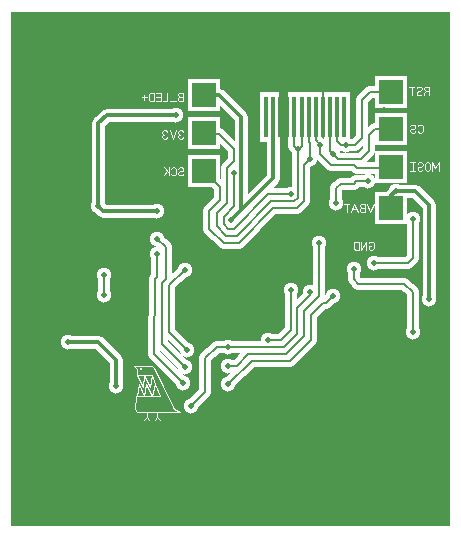
<source format=gbr>
%FSLAX34Y34*%
%MOMM*%
%LNCOPPER_BOTTOM*%
G71*
G01*
%ADD10C, 1.000*%
%ADD11C, 1.300*%
%ADD12R, 1.100X4.300*%
%ADD13R, 0.300X3.500*%
%ADD14C, 1.100*%
%ADD15C, 0.100*%
%ADD16C, 0.800*%
%ADD17C, 0.500*%
%ADD18C, 2.500*%
%ADD19R, 2.800X2.800*%
%ADD20C, 0.089*%
%ADD21R, 2.000X2.000*%
%ADD22C, 0.150*%
%ADD23C, 0.200*%
%ADD24C, 0.300*%
%LPD*%
G36*
X0Y1000000D02*
X372000Y1000000D01*
X372000Y565000D01*
X0Y565000D01*
X0Y1000000D01*
G37*
%LPC*%
G54D10*
X276000Y910000D02*
X276000Y891000D01*
X279000Y888000D01*
X284000Y888000D01*
G54D10*
X270000Y910000D02*
X270000Y883000D01*
X273000Y880000D01*
G54D10*
X258000Y910000D02*
X258000Y892000D01*
X262000Y888000D01*
X262000Y888000D01*
G54D10*
X252000Y910000D02*
X252000Y890000D01*
X253000Y889000D01*
X253000Y876000D01*
X243000Y884000D02*
G54D11*
D03*
X216000Y911000D02*
G54D12*
D03*
X222000Y911000D02*
G54D12*
D03*
X228000Y911000D02*
G54D13*
D03*
X234000Y911000D02*
G54D13*
D03*
X240000Y911000D02*
G54D12*
D03*
X246000Y911000D02*
G54D12*
D03*
X252000Y911000D02*
G54D12*
D03*
X258000Y911000D02*
G54D12*
D03*
X264000Y911000D02*
G54D13*
D03*
X270000Y911000D02*
G54D12*
D03*
X276000Y911000D02*
G54D12*
D03*
X282000Y911000D02*
G54D12*
D03*
X253000Y876000D02*
G54D11*
D03*
X262000Y888000D02*
G54D11*
D03*
X273000Y880000D02*
G54D11*
D03*
X284000Y888000D02*
G54D11*
D03*
G54D14*
X222000Y900000D02*
X222000Y860000D01*
X186000Y824000D01*
X326000Y849000D02*
G54D11*
D03*
X340000Y825000D02*
G54D11*
D03*
X340000Y729000D02*
G54D11*
D03*
X354000Y757000D02*
G54D11*
D03*
X290000Y783000D02*
G54D11*
D03*
X307000Y788000D02*
G54D11*
D03*
G54D10*
X340000Y729000D02*
X340000Y763000D01*
X333000Y770000D01*
X294000Y770000D01*
X290000Y774000D01*
X290000Y783000D01*
G54D10*
X340000Y825000D02*
X340000Y792000D01*
X336000Y788000D01*
X307000Y788000D01*
G54D14*
X354000Y825000D02*
X354000Y757000D01*
X261000Y805000D02*
G54D11*
D03*
X273000Y760000D02*
G54D11*
D03*
G54D10*
X184000Y701000D02*
X191000Y701000D01*
X201000Y711000D01*
X233000Y711000D01*
X248000Y726000D01*
X248000Y747000D01*
X261000Y760000D01*
X261000Y805000D01*
G54D10*
X184000Y685000D02*
X204000Y705000D01*
X236000Y705000D01*
X254000Y723000D01*
X254000Y744000D01*
X264000Y754000D01*
X267000Y754000D01*
X273000Y760000D01*
X124000Y808000D02*
G54D11*
D03*
X124000Y795000D02*
G54D11*
D03*
X89000Y684000D02*
G54D11*
D03*
X48000Y721000D02*
G54D11*
D03*
G54D14*
X48000Y721000D02*
X74000Y721000D01*
X89000Y706000D01*
X89000Y684000D01*
G54D10*
X79000Y778000D02*
X79000Y761000D01*
X79000Y778000D02*
G54D11*
D03*
X79000Y761000D02*
G54D11*
D03*
X74000Y836000D02*
G54D11*
D03*
X186000Y824000D02*
G54D11*
D03*
X253000Y763000D02*
G54D11*
D03*
G54D10*
X184000Y717000D02*
X231000Y717000D01*
X242000Y728000D01*
X242000Y750000D01*
X253000Y761000D01*
X253000Y763000D01*
X140000Y913000D02*
G54D11*
D03*
X302500Y857500D02*
G54D11*
D03*
X275000Y839000D02*
G54D11*
D03*
G54D10*
X275000Y839000D02*
X275000Y851000D01*
X279000Y855000D01*
X290000Y855000D01*
X292500Y857500D01*
X302500Y857500D01*
X237000Y765000D02*
G54D11*
D03*
X218000Y723000D02*
G54D11*
D03*
G54D10*
X237000Y765000D02*
X237000Y731000D01*
X229000Y723000D01*
X218000Y723000D01*
G54D15*
X105988Y675000D02*
X125988Y675000D01*
X121988Y685000D01*
X118988Y693000D01*
X106988Y693000D01*
G54D15*
X121988Y685000D02*
X118988Y675000D01*
X113988Y685000D01*
X112988Y675000D01*
X107988Y685000D01*
X106988Y675000D01*
G54D15*
X112988Y693000D02*
X117988Y683000D01*
X118988Y693000D01*
G54D15*
X106988Y693000D02*
X111988Y683000D01*
X112988Y693000D01*
G54D15*
G75*
G01X110988Y698000D02*
G03X110988Y698000I-1000J0D01*
G01*
G54D15*
X106988Y693000D02*
X106988Y698000D01*
X103988Y701000D01*
X118988Y701000D01*
X120988Y699000D01*
X127988Y685000D01*
X137988Y664000D01*
G54D15*
X142988Y662000D02*
X106988Y662000D01*
X104988Y664000D01*
X105988Y675000D01*
G54D15*
X142988Y662000D02*
X137988Y664000D01*
G54D15*
X114988Y662000D02*
X114988Y657000D01*
X116988Y655000D01*
X114988Y657000D01*
X112988Y655000D01*
G54D15*
X123988Y662000D02*
X123988Y657000D01*
X121988Y655000D01*
X123988Y657000D01*
X125988Y655000D01*
G54D14*
X326000Y849000D02*
X342000Y849000D01*
X354000Y837000D01*
X354000Y825000D01*
X353000Y886000D02*
G54D16*
D03*
X353000Y853000D02*
G54D16*
D03*
X353000Y720000D02*
G54D16*
D03*
X353000Y687000D02*
G54D16*
D03*
X202000Y914000D02*
G54D17*
D03*
X316027Y916954D02*
G54D17*
D03*
X22000Y875000D02*
G54D17*
D03*
X154000Y835000D02*
G54D17*
D03*
X146000Y889000D02*
G54D17*
D03*
X154000Y650000D02*
G54D17*
D03*
X203000Y774000D02*
G54D17*
D03*
X49000Y962000D02*
G54D17*
D03*
X207000Y677000D02*
G54D17*
D03*
X205000Y865000D02*
G54D17*
D03*
X272000Y797000D02*
G54D17*
D03*
X34000Y699000D02*
G54D17*
D03*
X124000Y819000D02*
G54D17*
D03*
X326000Y675000D02*
G54D17*
D03*
X340000Y633000D02*
G54D17*
D03*
X61000Y607000D02*
G54D17*
D03*
X21000Y850000D02*
G54D17*
D03*
X21000Y835000D02*
G54D17*
D03*
X53000Y850000D02*
G54D17*
D03*
X21000Y783000D02*
G54D17*
D03*
X109000Y649000D02*
G54D17*
D03*
X53000Y783000D02*
G54D17*
D03*
X15000Y905000D02*
G54D17*
D03*
X21000Y817000D02*
G54D17*
D03*
X121000Y935000D02*
G54D17*
D03*
X30000Y970000D02*
G54D18*
D03*
X340000Y970000D02*
G54D18*
D03*
X340000Y600000D02*
G54D18*
D03*
X30000Y600000D02*
G54D18*
D03*
X124000Y832000D02*
G54D11*
D03*
X339027Y939954D02*
G54D17*
D03*
G54D10*
X240000Y896000D02*
X240000Y887000D01*
X243000Y884000D01*
X246000Y887000D01*
X246000Y897000D01*
X237000Y846000D02*
G54D11*
D03*
X189000Y864000D02*
G54D11*
D03*
G54D10*
X237000Y846000D02*
X218000Y846000D01*
X189000Y817000D01*
X184000Y817000D01*
X180000Y821000D01*
X180000Y827000D01*
X189000Y836000D01*
X189000Y864000D01*
X21000Y800000D02*
G54D17*
D03*
X147000Y782000D02*
G54D11*
D03*
X149000Y714000D02*
G54D11*
D03*
X147000Y700000D02*
G54D11*
D03*
X146000Y686000D02*
G54D11*
D03*
X184000Y717000D02*
G54D11*
D03*
X184000Y701000D02*
G54D11*
D03*
X184000Y685000D02*
G54D11*
D03*
G54D10*
X149000Y714000D02*
X134000Y729000D01*
X134000Y769000D01*
X147000Y782000D01*
G54D10*
X147000Y700000D02*
X128000Y719000D01*
X128000Y771000D01*
X131000Y774000D01*
X131000Y801000D01*
X124000Y808000D01*
G54D10*
X146000Y686000D02*
X121500Y710500D01*
X122000Y774000D01*
X124000Y776000D01*
X124000Y795000D01*
X288000Y863000D02*
G54D17*
D03*
X39000Y759000D02*
G54D17*
D03*
X14000Y710000D02*
G54D17*
D03*
X13000Y648000D02*
G54D17*
D03*
X303000Y608000D02*
G54D17*
D03*
X304000Y948000D02*
G54D17*
D03*
G54D14*
X140000Y913000D02*
X81000Y913000D01*
X74000Y906000D01*
X74000Y836000D01*
G54D14*
X124000Y832000D02*
X78000Y832000D01*
X74000Y836000D01*
X322000Y933000D02*
G54D19*
D03*
G54D20*
X351787Y933444D02*
X350187Y932555D01*
X349654Y931666D01*
X349654Y929888D01*
G54D20*
X353920Y929888D02*
X353920Y937000D01*
X351254Y937000D01*
X350187Y936555D01*
X349654Y935666D01*
X349654Y934777D01*
X350187Y933888D01*
X351254Y933444D01*
X353920Y933444D01*
G54D20*
X347698Y931222D02*
X347164Y930333D01*
X346098Y929888D01*
X345031Y929888D01*
X343964Y930333D01*
X343431Y931222D01*
X343431Y932111D01*
X343964Y933000D01*
X345031Y933444D01*
X346098Y933444D01*
X347164Y933888D01*
X347698Y934777D01*
X347698Y935666D01*
X347164Y936555D01*
X346098Y937000D01*
X345031Y937000D01*
X343964Y936555D01*
X343431Y935666D01*
G54D20*
X339341Y929888D02*
X339341Y937000D01*
G54D20*
X341474Y937000D02*
X337208Y937000D01*
G54D10*
X284000Y888000D02*
X291000Y888000D01*
X297000Y894000D01*
X297000Y926000D01*
X304000Y933000D01*
X322000Y933000D01*
X322000Y901000D02*
G54D19*
D03*
G54D20*
X344423Y899222D02*
X344957Y898333D01*
X346023Y897888D01*
X347090Y897888D01*
X348157Y898333D01*
X348690Y899222D01*
X348690Y903666D01*
X348157Y904555D01*
X347090Y905000D01*
X346023Y905000D01*
X344957Y904555D01*
X344423Y903666D01*
G54D20*
X342467Y899222D02*
X341934Y898333D01*
X340867Y897888D01*
X339800Y897888D01*
X338734Y898333D01*
X338200Y899222D01*
X338200Y900111D01*
X338734Y901000D01*
X339800Y901444D01*
X340867Y901444D01*
X341934Y901888D01*
X342467Y902777D01*
X342467Y903666D01*
X341934Y904555D01*
X340867Y905000D01*
X339800Y905000D01*
X338734Y904555D01*
X338200Y903666D01*
G54D10*
X273000Y880000D02*
X277000Y876000D01*
X296000Y876000D01*
X303000Y883000D01*
X303000Y896000D01*
X308000Y901000D01*
X322000Y901000D01*
X322000Y869000D02*
G54D19*
D03*
G54D20*
X362010Y865888D02*
X362010Y873000D01*
X359343Y868555D01*
X356677Y873000D01*
X356677Y865888D01*
G54D20*
X350454Y871666D02*
X350454Y867222D01*
X350988Y866333D01*
X352054Y865888D01*
X353121Y865888D01*
X354188Y866333D01*
X354721Y867222D01*
X354721Y871666D01*
X354188Y872555D01*
X353121Y873000D01*
X352054Y873000D01*
X350988Y872555D01*
X350454Y871666D01*
G54D20*
X348498Y867222D02*
X347965Y866333D01*
X346898Y865888D01*
X345831Y865888D01*
X344765Y866333D01*
X344231Y867222D01*
X344231Y868111D01*
X344765Y869000D01*
X345831Y869444D01*
X346898Y869444D01*
X347965Y869888D01*
X348498Y870777D01*
X348498Y871666D01*
X347965Y872555D01*
X346898Y873000D01*
X345831Y873000D01*
X344765Y872555D01*
X344231Y871666D01*
G54D20*
X342275Y865888D02*
X338008Y865888D01*
G54D20*
X340142Y865888D02*
X340142Y873000D01*
G54D20*
X342275Y873000D02*
X338008Y873000D01*
G54D10*
X262000Y888000D02*
X262000Y880000D01*
X271000Y871000D01*
X290000Y871000D01*
X293000Y868000D01*
X321000Y868000D01*
X322000Y869000D01*
X163000Y866000D02*
G54D19*
D03*
X163000Y898000D02*
G54D19*
D03*
X163000Y930000D02*
G54D19*
D03*
G54D14*
X195000Y833000D02*
X195000Y911000D01*
X176000Y930000D01*
X163000Y930000D01*
G54D20*
X145920Y924888D02*
X145920Y932000D01*
X143254Y932000D01*
X142187Y931555D01*
X141654Y930666D01*
X141654Y929777D01*
X142187Y928888D01*
X143254Y928444D01*
X142187Y928000D01*
X141654Y927111D01*
X141654Y926222D01*
X142187Y925333D01*
X143254Y924888D01*
X145920Y924888D01*
G54D20*
X145920Y928444D02*
X143254Y928444D01*
G54D20*
X139698Y924888D02*
X134364Y924888D01*
G54D20*
X132408Y932000D02*
X132408Y924888D01*
X128675Y924888D01*
G54D20*
X122986Y924888D02*
X126720Y924888D01*
X126720Y932000D01*
X122986Y932000D01*
G54D20*
X126720Y928444D02*
X122986Y928444D01*
G54D20*
X121030Y924888D02*
X121030Y932000D01*
X118364Y932000D01*
X117297Y931555D01*
X116764Y930666D01*
X116764Y926222D01*
X117297Y925333D01*
X118364Y924888D01*
X121030Y924888D01*
G54D20*
X114808Y928000D02*
X110541Y928000D01*
G54D20*
X112674Y929777D02*
X112674Y926222D01*
G54D10*
X243000Y884000D02*
X243000Y843000D01*
X240000Y840000D01*
X220000Y840000D01*
X191000Y811000D01*
X182000Y811000D01*
X174000Y819000D01*
X174000Y830000D01*
X183000Y839000D01*
X183000Y868000D01*
X189000Y874000D01*
X189000Y884000D01*
X176000Y897000D01*
X164000Y897000D01*
X163000Y898000D01*
G54D20*
X145920Y898666D02*
X145387Y899555D01*
X144320Y900000D01*
X143254Y900000D01*
X142187Y899555D01*
X141654Y898666D01*
X141654Y897777D01*
X142187Y896888D01*
X143254Y896444D01*
X142187Y896000D01*
X141654Y895111D01*
X141654Y894222D01*
X142187Y893333D01*
X143254Y892888D01*
X144320Y892888D01*
X145387Y893333D01*
X145920Y894222D01*
G54D20*
X139698Y900000D02*
X137031Y892888D01*
X134364Y900000D01*
G54D20*
X132408Y898666D02*
X131875Y899555D01*
X130808Y900000D01*
X129742Y900000D01*
X128675Y899555D01*
X128142Y898666D01*
X128142Y897777D01*
X128675Y896888D01*
X129742Y896444D01*
X128675Y896000D01*
X128142Y895111D01*
X128142Y894222D01*
X128675Y893333D01*
X129742Y892888D01*
X130808Y892888D01*
X131875Y893333D01*
X132408Y894222D01*
G54D10*
X253000Y876000D02*
X248000Y871000D01*
X248000Y840000D01*
X242000Y834000D01*
X222000Y834000D01*
X193000Y805000D01*
X180000Y805000D01*
X168000Y817000D01*
X168000Y832000D01*
X177000Y841000D01*
X177000Y852000D01*
X163000Y866000D01*
G54D20*
X145920Y863222D02*
X145387Y862333D01*
X144320Y861888D01*
X143254Y861888D01*
X142187Y862333D01*
X141654Y863222D01*
X141654Y864111D01*
X142187Y865000D01*
X143254Y865444D01*
X144320Y865444D01*
X145387Y865888D01*
X145920Y866777D01*
X145920Y867666D01*
X145387Y868555D01*
X144320Y869000D01*
X143254Y869000D01*
X142187Y868555D01*
X141654Y867666D01*
G54D20*
X135431Y863222D02*
X135964Y862333D01*
X137031Y861888D01*
X138098Y861888D01*
X139164Y862333D01*
X139698Y863222D01*
X139698Y867666D01*
X139164Y868555D01*
X138098Y869000D01*
X137031Y869000D01*
X135964Y868555D01*
X135431Y867666D01*
G54D20*
X133474Y861888D02*
X133474Y869000D01*
G54D20*
X133474Y864111D02*
X129208Y869000D01*
G54D20*
X131874Y865444D02*
X129208Y861888D01*
X322000Y834000D02*
G54D19*
D03*
X322000Y803000D02*
G54D21*
D03*
G54D20*
X307010Y838000D02*
X304343Y830888D01*
X301677Y838000D01*
G54D20*
X299721Y830888D02*
X299721Y838000D01*
X297054Y838000D01*
X295988Y837555D01*
X295454Y836666D01*
X295454Y835777D01*
X295988Y834888D01*
X297054Y834444D01*
X295988Y834000D01*
X295454Y833111D01*
X295454Y832222D01*
X295988Y831333D01*
X297054Y830888D01*
X299721Y830888D01*
G54D20*
X299721Y834444D02*
X297054Y834444D01*
G54D20*
X293498Y830888D02*
X290831Y838000D01*
X288165Y830888D01*
G54D20*
X292431Y833555D02*
X289231Y833555D01*
G54D20*
X284076Y830888D02*
X284076Y838000D01*
G54D20*
X286209Y838000D02*
X281942Y838000D01*
G54D20*
X304877Y802444D02*
X302743Y802444D01*
X302743Y800222D01*
X303277Y799333D01*
X304343Y798888D01*
X305410Y798888D01*
X306477Y799333D01*
X307010Y800222D01*
X307010Y804666D01*
X306477Y805555D01*
X305410Y806000D01*
X304343Y806000D01*
X303277Y805555D01*
X302743Y804666D01*
G54D20*
X300787Y798888D02*
X300787Y806000D01*
X296520Y798888D01*
X296520Y806000D01*
G54D20*
X294564Y798888D02*
X294564Y806000D01*
X291897Y806000D01*
X290831Y805555D01*
X290297Y804666D01*
X290297Y800222D01*
X290831Y799333D01*
X291897Y798888D01*
X294564Y798888D01*
G54D14*
X326000Y849000D02*
X322000Y845000D01*
X322000Y834000D01*
X60000Y671000D02*
G54D17*
D03*
G54D22*
X264000Y926000D02*
X264000Y933000D01*
X268000Y937000D01*
X293000Y937000D01*
X304000Y948000D01*
X152000Y667000D02*
G54D11*
D03*
G54D10*
X184000Y717000D02*
X174000Y717000D01*
X164000Y707000D01*
X164000Y679000D01*
X152000Y667000D01*
%LPD*%
G54D23*
X276000Y910000D02*
X276000Y891000D01*
X279000Y888000D01*
X284000Y888000D01*
G54D23*
X270000Y910000D02*
X270000Y883000D01*
X273000Y880000D01*
G54D23*
X258000Y910000D02*
X258000Y892000D01*
X262000Y888000D01*
X262000Y888000D01*
G54D23*
X252000Y910000D02*
X252000Y890000D01*
X253000Y889000D01*
X253000Y876000D01*
X243000Y884000D02*
G54D17*
D03*
X216000Y911000D02*
G54D13*
D03*
X222000Y911000D02*
G54D13*
D03*
X228000Y911000D02*
G54D13*
D03*
X234000Y911000D02*
G54D13*
D03*
X240000Y911000D02*
G54D13*
D03*
X246000Y911000D02*
G54D13*
D03*
X252000Y911000D02*
G54D13*
D03*
X258000Y911000D02*
G54D13*
D03*
X264000Y911000D02*
G54D13*
D03*
X270000Y911000D02*
G54D13*
D03*
X276000Y911000D02*
G54D13*
D03*
X282000Y911000D02*
G54D13*
D03*
X253000Y876000D02*
G54D17*
D03*
X262000Y888000D02*
G54D17*
D03*
X273000Y880000D02*
G54D17*
D03*
X284000Y888000D02*
G54D17*
D03*
G54D24*
X222000Y900000D02*
X222000Y860000D01*
X186000Y824000D01*
X326000Y849000D02*
G54D17*
D03*
X340000Y825000D02*
G54D17*
D03*
X340000Y729000D02*
G54D17*
D03*
X354000Y757000D02*
G54D17*
D03*
X290000Y783000D02*
G54D17*
D03*
X307000Y788000D02*
G54D17*
D03*
G54D23*
X340000Y729000D02*
X340000Y763000D01*
X333000Y770000D01*
X294000Y770000D01*
X290000Y774000D01*
X290000Y783000D01*
G54D23*
X340000Y825000D02*
X340000Y792000D01*
X336000Y788000D01*
X307000Y788000D01*
G54D24*
X354000Y825000D02*
X354000Y757000D01*
X261000Y805000D02*
G54D17*
D03*
X273000Y760000D02*
G54D17*
D03*
G54D23*
X184000Y701000D02*
X191000Y701000D01*
X201000Y711000D01*
X233000Y711000D01*
X248000Y726000D01*
X248000Y747000D01*
X261000Y760000D01*
X261000Y805000D01*
G54D23*
X184000Y685000D02*
X204000Y705000D01*
X236000Y705000D01*
X254000Y723000D01*
X254000Y744000D01*
X264000Y754000D01*
X267000Y754000D01*
X273000Y760000D01*
X124000Y808000D02*
G54D17*
D03*
X124000Y795000D02*
G54D17*
D03*
X89000Y684000D02*
G54D17*
D03*
X48000Y721000D02*
G54D17*
D03*
G54D24*
X48000Y721000D02*
X74000Y721000D01*
X89000Y706000D01*
X89000Y684000D01*
G54D23*
X79000Y778000D02*
X79000Y761000D01*
X79000Y778000D02*
G54D17*
D03*
X79000Y761000D02*
G54D17*
D03*
X74000Y836000D02*
G54D17*
D03*
X186000Y824000D02*
G54D17*
D03*
X253000Y763000D02*
G54D17*
D03*
G54D23*
X184000Y717000D02*
X231000Y717000D01*
X242000Y728000D01*
X242000Y750000D01*
X253000Y761000D01*
X253000Y763000D01*
X140000Y913000D02*
G54D17*
D03*
X302500Y857500D02*
G54D17*
D03*
X275000Y839000D02*
G54D17*
D03*
G54D23*
X275000Y839000D02*
X275000Y851000D01*
X279000Y855000D01*
X290000Y855000D01*
X292500Y857500D01*
X302500Y857500D01*
X237000Y765000D02*
G54D17*
D03*
X218000Y723000D02*
G54D17*
D03*
G54D23*
X237000Y765000D02*
X237000Y731000D01*
X229000Y723000D01*
X218000Y723000D01*
G54D24*
X326000Y849000D02*
X342000Y849000D01*
X354000Y837000D01*
X354000Y825000D01*
X353000Y886000D02*
G54D16*
D03*
X353000Y853000D02*
G54D16*
D03*
X353000Y720000D02*
G54D16*
D03*
X353000Y687000D02*
G54D16*
D03*
X202000Y914000D02*
G54D17*
D03*
X316027Y916954D02*
G54D17*
D03*
X22000Y875000D02*
G54D17*
D03*
X154000Y835000D02*
G54D17*
D03*
X146000Y889000D02*
G54D17*
D03*
X154000Y650000D02*
G54D17*
D03*
X203000Y774000D02*
G54D17*
D03*
X49000Y962000D02*
G54D17*
D03*
X207000Y677000D02*
G54D17*
D03*
X205000Y865000D02*
G54D17*
D03*
X272000Y797000D02*
G54D17*
D03*
X34000Y699000D02*
G54D17*
D03*
X124000Y819000D02*
G54D17*
D03*
X326000Y675000D02*
G54D17*
D03*
X340000Y633000D02*
G54D17*
D03*
X61000Y607000D02*
G54D17*
D03*
X21000Y850000D02*
G54D17*
D03*
X21000Y835000D02*
G54D17*
D03*
X53000Y850000D02*
G54D17*
D03*
X21000Y783000D02*
G54D17*
D03*
X109000Y649000D02*
G54D17*
D03*
X53000Y783000D02*
G54D17*
D03*
X15000Y905000D02*
G54D17*
D03*
X21000Y817000D02*
G54D17*
D03*
X121000Y935000D02*
G54D17*
D03*
X30000Y970000D02*
G54D18*
D03*
X340000Y970000D02*
G54D18*
D03*
X340000Y600000D02*
G54D18*
D03*
X30000Y600000D02*
G54D18*
D03*
X124000Y832000D02*
G54D17*
D03*
X339027Y939954D02*
G54D17*
D03*
G54D23*
X240000Y896000D02*
X240000Y887000D01*
X243000Y884000D01*
X246000Y887000D01*
X246000Y897000D01*
X237000Y846000D02*
G54D17*
D03*
X189000Y864000D02*
G54D17*
D03*
G54D23*
X237000Y846000D02*
X218000Y846000D01*
X189000Y817000D01*
X184000Y817000D01*
X180000Y821000D01*
X180000Y827000D01*
X189000Y836000D01*
X189000Y864000D01*
X21000Y800000D02*
G54D17*
D03*
X147000Y782000D02*
G54D17*
D03*
X149000Y714000D02*
G54D17*
D03*
X147000Y700000D02*
G54D17*
D03*
X146000Y686000D02*
G54D17*
D03*
X184000Y717000D02*
G54D17*
D03*
X184000Y701000D02*
G54D17*
D03*
X184000Y685000D02*
G54D17*
D03*
G54D23*
X149000Y714000D02*
X134000Y729000D01*
X134000Y769000D01*
X147000Y782000D01*
G54D23*
X147000Y700000D02*
X128000Y719000D01*
X128000Y771000D01*
X131000Y774000D01*
X131000Y801000D01*
X124000Y808000D01*
G54D23*
X146000Y686000D02*
X121500Y710500D01*
X122000Y774000D01*
X124000Y776000D01*
X124000Y795000D01*
X288000Y863000D02*
G54D17*
D03*
X39000Y759000D02*
G54D17*
D03*
X14000Y710000D02*
G54D17*
D03*
X13000Y648000D02*
G54D17*
D03*
X303000Y608000D02*
G54D17*
D03*
X304000Y948000D02*
G54D17*
D03*
G54D24*
X140000Y913000D02*
X81000Y913000D01*
X74000Y906000D01*
X74000Y836000D01*
G54D24*
X124000Y832000D02*
X78000Y832000D01*
X74000Y836000D01*
X322000Y933000D02*
G54D21*
D03*
G54D23*
X284000Y888000D02*
X291000Y888000D01*
X297000Y894000D01*
X297000Y926000D01*
X304000Y933000D01*
X322000Y933000D01*
X322000Y901000D02*
G54D21*
D03*
G54D23*
X273000Y880000D02*
X277000Y876000D01*
X296000Y876000D01*
X303000Y883000D01*
X303000Y896000D01*
X308000Y901000D01*
X322000Y901000D01*
X322000Y869000D02*
G54D21*
D03*
G54D23*
X262000Y888000D02*
X262000Y880000D01*
X271000Y871000D01*
X290000Y871000D01*
X293000Y868000D01*
X321000Y868000D01*
X322000Y869000D01*
X163000Y866000D02*
G54D21*
D03*
X163000Y898000D02*
G54D21*
D03*
X163000Y930000D02*
G54D21*
D03*
G54D24*
X195000Y833000D02*
X195000Y911000D01*
X176000Y930000D01*
X163000Y930000D01*
G54D23*
X243000Y884000D02*
X243000Y843000D01*
X240000Y840000D01*
X220000Y840000D01*
X191000Y811000D01*
X182000Y811000D01*
X174000Y819000D01*
X174000Y830000D01*
X183000Y839000D01*
X183000Y868000D01*
X189000Y874000D01*
X189000Y884000D01*
X176000Y897000D01*
X164000Y897000D01*
X163000Y898000D01*
G54D23*
X253000Y876000D02*
X248000Y871000D01*
X248000Y840000D01*
X242000Y834000D01*
X222000Y834000D01*
X193000Y805000D01*
X180000Y805000D01*
X168000Y817000D01*
X168000Y832000D01*
X177000Y841000D01*
X177000Y852000D01*
X163000Y866000D01*
X322000Y834000D02*
G54D21*
D03*
X322000Y803000D02*
G54D21*
D03*
G54D24*
X326000Y849000D02*
X322000Y845000D01*
X322000Y834000D01*
X60000Y671000D02*
G54D17*
D03*
G54D22*
X264000Y926000D02*
X264000Y933000D01*
X268000Y937000D01*
X293000Y937000D01*
X304000Y948000D01*
X152000Y667000D02*
G54D17*
D03*
G54D23*
X184000Y717000D02*
X174000Y717000D01*
X164000Y707000D01*
X164000Y679000D01*
X152000Y667000D01*
M02*

</source>
